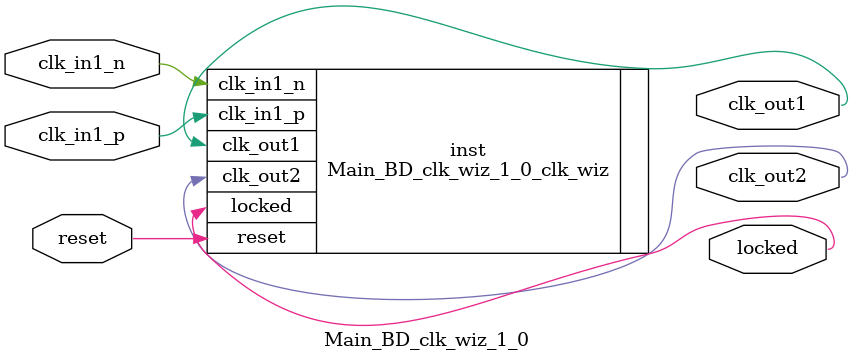
<source format=v>


`timescale 1ps/1ps

(* CORE_GENERATION_INFO = "Main_BD_clk_wiz_1_0,clk_wiz_v6_0_11_0_0,{component_name=Main_BD_clk_wiz_1_0,use_phase_alignment=false,use_min_o_jitter=false,use_max_i_jitter=false,use_dyn_phase_shift=false,use_inclk_switchover=false,use_dyn_reconfig=false,enable_axi=0,feedback_source=FDBK_AUTO,PRIMITIVE=MMCM,num_out_clk=2,clkin1_period=3.333,clkin2_period=10.0,use_power_down=false,use_reset=true,use_locked=true,use_inclk_stopped=false,feedback_type=SINGLE,CLOCK_MGR_TYPE=NA,manual_override=false}" *)

module Main_BD_clk_wiz_1_0 
 (
  // Clock out ports
  output        clk_out1,
  output        clk_out2,
  // Status and control signals
  input         reset,
  output        locked,
 // Clock in ports
  input         clk_in1_p,
  input         clk_in1_n
 );

  Main_BD_clk_wiz_1_0_clk_wiz inst
  (
  // Clock out ports  
  .clk_out1(clk_out1),
  .clk_out2(clk_out2),
  // Status and control signals               
  .reset(reset), 
  .locked(locked),
 // Clock in ports
  .clk_in1_p(clk_in1_p),
  .clk_in1_n(clk_in1_n)
  );

endmodule

</source>
